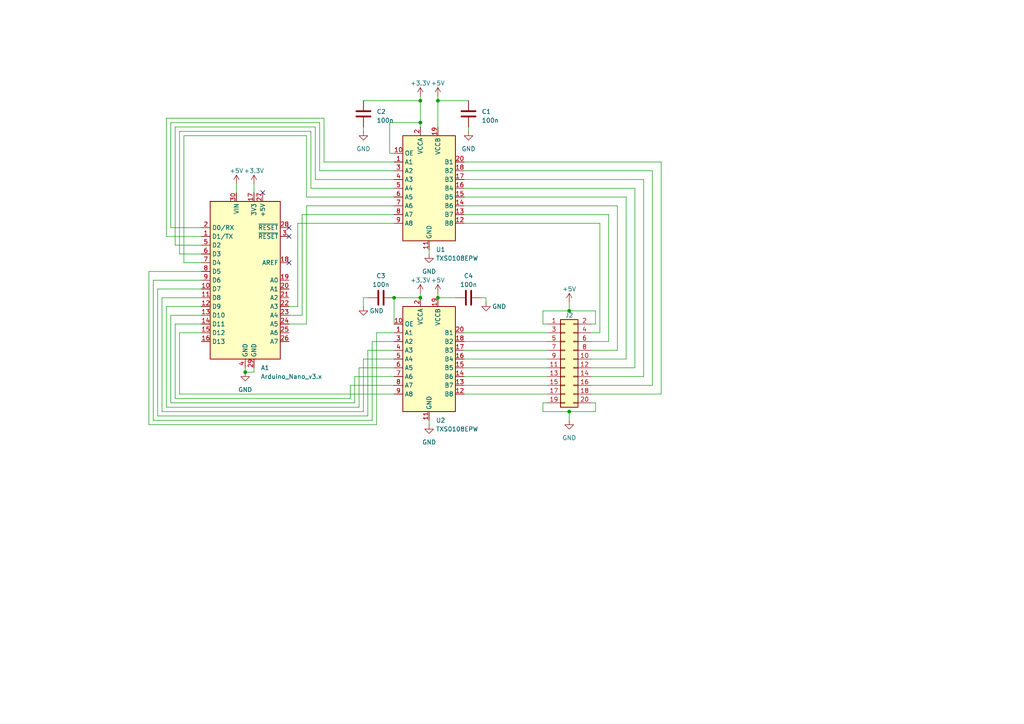
<source format=kicad_sch>
(kicad_sch (version 20230121) (generator eeschema)
  (paper "A4")
  (lib_symbols
    (symbol "Connector_Generic:Conn_02x10_Odd_Even" (pin_names (offset 1.016) hide)
      (property "Reference" "J" (at 1.27 12.7 0))
      (property "Value" "Conn_02x10_Odd_Even" (at 1.27 -15.24 0))
      (symbol "Conn_02x10_Odd_Even_1_1"
        (rectangle (start -1.27 -12.573) (end 0 -12.827) (stroke (width 0.1524)))
        (rectangle (start -1.27 -10.033) (end 0 -10.287) (stroke (width 0.1524)))
        (rectangle (start -1.27 -7.493) (end 0 -7.747) (stroke (width 0.1524)))
        (rectangle (start -1.27 -4.953) (end 0 -5.207) (stroke (width 0.1524)))
        (rectangle (start -1.27 -2.413) (end 0 -2.667) (stroke (width 0.1524)))
        (rectangle (start -1.27 0.127) (end 0 -0.127) (stroke (width 0.1524)))
        (rectangle (start -1.27 2.667) (end 0 2.413) (stroke (width 0.1524)))
        (rectangle (start -1.27 5.207) (end 0 4.953) (stroke (width 0.1524)))
        (rectangle (start -1.27 7.747) (end 0 7.493) (stroke (width 0.1524)))
        (rectangle (start -1.27 10.287) (end 0 10.033) (stroke (width 0.1524)))
        (rectangle (start -1.27 11.43) (end 3.81 -13.97) (stroke (width 0.254)) (fill (type background)))
        (rectangle (start 3.81 -12.573) (end 2.54 -12.827) (stroke (width 0.1524)))
        (rectangle (start 3.81 -10.033) (end 2.54 -10.287) (stroke (width 0.1524)))
        (rectangle (start 3.81 -7.493) (end 2.54 -7.747) (stroke (width 0.1524)))
        (rectangle (start 3.81 -4.953) (end 2.54 -5.207) (stroke (width 0.1524)))
        (rectangle (start 3.81 -2.413) (end 2.54 -2.667) (stroke (width 0.1524)))
        (rectangle (start 3.81 0.127) (end 2.54 -0.127) (stroke (width 0.1524)))
        (rectangle (start 3.81 2.667) (end 2.54 2.413) (stroke (width 0.1524)))
        (rectangle (start 3.81 5.207) (end 2.54 4.953) (stroke (width 0.1524)))
        (rectangle (start 3.81 7.747) (end 2.54 7.493) (stroke (width 0.1524)))
        (rectangle (start 3.81 10.287) (end 2.54 10.033) (stroke (width 0.1524)))
        (pin passive line (at -5.08 10.16 0) (length 3.81) (name "Pin_1") (number "1"))
        (pin passive line (at 7.62 0 180) (length 3.81) (name "Pin_10") (number "10"))
        (pin passive line (at -5.08 -2.54 0) (length 3.81) (name "Pin_11") (number "11"))
        (pin passive line (at 7.62 -2.54 180) (length 3.81) (name "Pin_12") (number "12"))
        (pin passive line (at -5.08 -5.08 0) (length 3.81) (name "Pin_13") (number "13"))
        (pin passive line (at 7.62 -5.08 180) (length 3.81) (name "Pin_14") (number "14"))
        (pin passive line (at -5.08 -7.62 0) (length 3.81) (name "Pin_15") (number "15"))
        (pin passive line (at 7.62 -7.62 180) (length 3.81) (name "Pin_16") (number "16"))
        (pin passive line (at -5.08 -10.16 0) (length 3.81) (name "Pin_17") (number "17"))
        (pin passive line (at 7.62 -10.16 180) (length 3.81) (name "Pin_18") (number "18"))
        (pin passive line (at -5.08 -12.7 0) (length 3.81) (name "Pin_19") (number "19"))
        (pin passive line (at 7.62 10.16 180) (length 3.81) (name "Pin_2") (number "2"))
        (pin passive line (at 7.62 -12.7 180) (length 3.81) (name "Pin_20") (number "20"))
        (pin passive line (at -5.08 7.62 0) (length 3.81) (name "Pin_3") (number "3"))
        (pin passive line (at 7.62 7.62 180) (length 3.81) (name "Pin_4") (number "4"))
        (pin passive line (at -5.08 5.08 0) (length 3.81) (name "Pin_5") (number "5"))
        (pin passive line (at 7.62 5.08 180) (length 3.81) (name "Pin_6") (number "6"))
        (pin passive line (at -5.08 2.54 0) (length 3.81) (name "Pin_7") (number "7"))
        (pin passive line (at 7.62 2.54 180) (length 3.81) (name "Pin_8") (number "8"))
        (pin passive line (at -5.08 0 0) (length 3.81) (name "Pin_9") (number "9"))
      )
    )
    (symbol "Device:C" (pin_numbers hide) (pin_names (offset 0.254))
      (property "Reference" "C" (at 0.635 2.54 0))
      (property "Value" "C" (at 0.635 -2.54 0))
      (symbol "C_0_1"
        (polyline (pts (xy -2.032 -0.762) (xy 2.032 -0.762)) (stroke (width 0.508)))
        (polyline (pts (xy -2.032 0.762) (xy 2.032 0.762)) (stroke (width 0.508)))
      )
      (symbol "C_1_1"
        (pin passive line (at 0 3.81 270) (length 2.794) (name "~") (number "1"))
        (pin passive line (at 0 -3.81 90) (length 2.794) (name "~") (number "2"))
      )
    )
    (symbol "Logic_LevelTranslator:TXS0108EPW"
      (property "Reference" "U" (at -6.35 16.51 0))
      (property "Value" "TXS0108EPW" (at 3.81 16.51 0))
      (symbol "TXS0108EPW_0_1"
        (rectangle (start -7.62 15.24) (end 7.62 -15.24) (stroke (width 0.254)) (fill (type background)))
      )
      (symbol "TXS0108EPW_1_1"
        (pin bidirectional line (at -10.16 7.62 0) (length 2.54) (name "A1") (number "1"))
        (pin input line (at -10.16 10.16 0) (length 2.54) (name "OE") (number "10"))
        (pin power_in line (at 0 -17.78 90) (length 2.54) (name "GND") (number "11"))
        (pin bidirectional line (at 10.16 -10.16 180) (length 2.54) (name "B8") (number "12"))
        (pin bidirectional line (at 10.16 -7.62 180) (length 2.54) (name "B7") (number "13"))
        (pin bidirectional line (at 10.16 -5.08 180) (length 2.54) (name "B6") (number "14"))
        (pin bidirectional line (at 10.16 -2.54 180) (length 2.54) (name "B5") (number "15"))
        (pin bidirectional line (at 10.16 0 180) (length 2.54) (name "B4") (number "16"))
        (pin bidirectional line (at 10.16 2.54 180) (length 2.54) (name "B3") (number "17"))
        (pin bidirectional line (at 10.16 5.08 180) (length 2.54) (name "B2") (number "18"))
        (pin power_in line (at 2.54 17.78 270) (length 2.54) (name "VCCB") (number "19"))
        (pin power_in line (at -2.54 17.78 270) (length 2.54) (name "VCCA") (number "2"))
        (pin bidirectional line (at 10.16 7.62 180) (length 2.54) (name "B1") (number "20"))
        (pin bidirectional line (at -10.16 5.08 0) (length 2.54) (name "A2") (number "3"))
        (pin bidirectional line (at -10.16 2.54 0) (length 2.54) (name "A3") (number "4"))
        (pin bidirectional line (at -10.16 0 0) (length 2.54) (name "A4") (number "5"))
        (pin bidirectional line (at -10.16 -2.54 0) (length 2.54) (name "A5") (number "6"))
        (pin bidirectional line (at -10.16 -5.08 0) (length 2.54) (name "A6") (number "7"))
        (pin bidirectional line (at -10.16 -7.62 0) (length 2.54) (name "A7") (number "8"))
        (pin bidirectional line (at -10.16 -10.16 0) (length 2.54) (name "A8") (number "9"))
      )
    )
    (symbol "MCU_Module:Arduino_Nano_v3.x"
      (property "Reference" "A" (at -10.16 23.495 0))
      (property "Value" "Arduino_Nano_v3.x" (at 5.08 -24.13 0))
      (symbol "Arduino_Nano_v3.x_0_1"
        (rectangle (start -10.16 22.86) (end 10.16 -22.86) (stroke (width 0.254)) (fill (type background)))
      )
      (symbol "Arduino_Nano_v3.x_1_1"
        (pin bidirectional line (at -12.7 12.7 0) (length 2.54) (name "D1/TX") (number "1"))
        (pin bidirectional line (at -12.7 -2.54 0) (length 2.54) (name "D7") (number "10"))
        (pin bidirectional line (at -12.7 -5.08 0) (length 2.54) (name "D8") (number "11"))
        (pin bidirectional line (at -12.7 -7.62 0) (length 2.54) (name "D9") (number "12"))
        (pin bidirectional line (at -12.7 -10.16 0) (length 2.54) (name "D10") (number "13"))
        (pin bidirectional line (at -12.7 -12.7 0) (length 2.54) (name "D11") (number "14"))
        (pin bidirectional line (at -12.7 -15.24 0) (length 2.54) (name "D12") (number "15"))
        (pin bidirectional line (at -12.7 -17.78 0) (length 2.54) (name "D13") (number "16"))
        (pin power_out line (at 2.54 25.4 270) (length 2.54) (name "3V3") (number "17"))
        (pin input line (at 12.7 5.08 180) (length 2.54) (name "AREF") (number "18"))
        (pin bidirectional line (at 12.7 0 180) (length 2.54) (name "A0") (number "19"))
        (pin bidirectional line (at -12.7 15.24 0) (length 2.54) (name "D0/RX") (number "2"))
        (pin bidirectional line (at 12.7 -2.54 180) (length 2.54) (name "A1") (number "20"))
        (pin bidirectional line (at 12.7 -5.08 180) (length 2.54) (name "A2") (number "21"))
        (pin bidirectional line (at 12.7 -7.62 180) (length 2.54) (name "A3") (number "22"))
        (pin bidirectional line (at 12.7 -10.16 180) (length 2.54) (name "A4") (number "23"))
        (pin bidirectional line (at 12.7 -12.7 180) (length 2.54) (name "A5") (number "24"))
        (pin bidirectional line (at 12.7 -15.24 180) (length 2.54) (name "A6") (number "25"))
        (pin bidirectional line (at 12.7 -17.78 180) (length 2.54) (name "A7") (number "26"))
        (pin power_out line (at 5.08 25.4 270) (length 2.54) (name "+5V") (number "27"))
        (pin input line (at 12.7 15.24 180) (length 2.54) (name "~{RESET}") (number "28"))
        (pin power_in line (at 2.54 -25.4 90) (length 2.54) (name "GND") (number "29"))
        (pin input line (at 12.7 12.7 180) (length 2.54) (name "~{RESET}") (number "3"))
        (pin power_in line (at -2.54 25.4 270) (length 2.54) (name "VIN") (number "30"))
        (pin power_in line (at 0 -25.4 90) (length 2.54) (name "GND") (number "4"))
        (pin bidirectional line (at -12.7 10.16 0) (length 2.54) (name "D2") (number "5"))
        (pin bidirectional line (at -12.7 7.62 0) (length 2.54) (name "D3") (number "6"))
        (pin bidirectional line (at -12.7 5.08 0) (length 2.54) (name "D4") (number "7"))
        (pin bidirectional line (at -12.7 2.54 0) (length 2.54) (name "D5") (number "8"))
        (pin bidirectional line (at -12.7 0 0) (length 2.54) (name "D6") (number "9"))
      )
    )
    (symbol "power:+3.3V" (power) (pin_names (offset 0))
      (property "Value" "+3.3V" (at 0 3.556 0))
      (symbol "+3.3V_0_1"
        (polyline (pts (xy -0.762 1.27) (xy 0 2.54)))
        (polyline (pts (xy 0 0) (xy 0 2.54)))
        (polyline (pts (xy 0 2.54) (xy 0.762 1.27)))
      )
      (symbol "+3.3V_1_1"
        (pin power_in line (at 0 0 90) (length 0) hide (name "+3.3V") (number "1"))
      )
    )
    (symbol "power:+5V" (power) (pin_names (offset 0))
      (property "Value" "+5V" (at 0 3.556 0))
      (symbol "+5V_0_1"
        (polyline (pts (xy -0.762 1.27) (xy 0 2.54)))
        (polyline (pts (xy 0 0) (xy 0 2.54)))
        (polyline (pts (xy 0 2.54) (xy 0.762 1.27)))
      )
      (symbol "+5V_1_1"
        (pin power_in line (at 0 0 90) (length 0) hide (name "+5V") (number "1"))
      )
    )
    (symbol "power:GND" (power) (pin_names (offset 0))
      (property "Value" "GND" (at 0 -3.81 0))
      (symbol "GND_0_1"
        (polyline (pts (xy 0 0) (xy 0 -1.27) (xy 1.27 -1.27) (xy 0 -2.54) (xy -1.27 -1.27) (xy 0 -1.27)))
      )
      (symbol "GND_1_1"
        (pin power_in line (at 0 0 270) (length 0) hide (name "GND") (number "1"))
      )
    )
  )
  (junction (at 71.12 107.95))
  (junction (at 165.1 90.17))
  (junction (at 121.92 86.36))
  (junction (at 121.92 35.56))
  (junction (at 165.1 119.38))
  (junction (at 127 86.36))
  (junction (at 114.3 86.36))
  (junction (at 121.92 29.21))
  (junction (at 127 29.21))
  (no_connect (at 76.2 55.88))
  (no_connect (at 83.82 68.58))
  (no_connect (at 83.82 76.2))
  (no_connect (at 83.82 66.04))
  (wire (pts (xy 49.53 35.56) (xy 49.53 66.04)))
  (wire (pts (xy 171.45 111.76) (xy 189.23 111.76)))
  (wire (pts (xy 134.62 52.07) (xy 186.69 52.07)))
  (wire (pts (xy 105.41 36.83) (xy 105.41 38.1)))
  (wire (pts (xy 43.18 78.74) (xy 58.42 78.74)))
  (wire (pts (xy 52.07 96.52) (xy 58.42 96.52)))
  (wire (pts (xy 88.9 93.98) (xy 83.82 93.98)))
  (wire (pts (xy 46.99 119.38) (xy 46.99 86.36)))
  (wire (pts (xy 173.99 64.77) (xy 173.99 96.52)))
  (wire (pts (xy 73.66 55.88) (xy 73.66 53.34)))
  (wire (pts (xy 52.07 114.3) (xy 114.3 114.3)))
  (wire (pts (xy 88.9 57.15) (xy 88.9 39.37)))
  (wire (pts (xy 114.3 54.61) (xy 90.17 54.61)))
  (wire (pts (xy 165.1 90.17) (xy 172.72 90.17)))
  (wire (pts (xy 165.1 87.63) (xy 165.1 90.17)))
  (wire (pts (xy 86.36 64.77) (xy 86.36 88.9)))
  (wire (pts (xy 50.8 115.57) (xy 50.8 93.98)))
  (wire (pts (xy 184.15 54.61) (xy 184.15 106.68)))
  (wire (pts (xy 50.8 93.98) (xy 58.42 93.98)))
  (wire (pts (xy 49.53 91.44) (xy 58.42 91.44)))
  (wire (pts (xy 102.87 109.22) (xy 114.3 109.22)))
  (wire (pts (xy 104.14 106.68) (xy 114.3 106.68)))
  (wire (pts (xy 171.45 99.06) (xy 176.53 99.06)))
  (wire (pts (xy 53.34 39.37) (xy 53.34 76.2)))
  (wire (pts (xy 134.62 101.6) (xy 158.75 101.6)))
  (wire (pts (xy 165.1 119.38) (xy 172.72 119.38)))
  (wire (pts (xy 172.72 93.98) (xy 171.45 93.98)))
  (wire (pts (xy 114.3 62.23) (xy 87.63 62.23)))
  (wire (pts (xy 114.3 96.52) (xy 109.22 96.52)))
  (wire (pts (xy 92.71 49.53) (xy 92.71 35.56)))
  (wire (pts (xy 71.12 106.68) (xy 71.12 107.95)))
  (wire (pts (xy 114.3 86.36) (xy 121.92 86.36)))
  (wire (pts (xy 127 29.21) (xy 135.89 29.21)))
  (wire (pts (xy 93.98 34.29) (xy 48.26 34.29)))
  (wire (pts (xy 102.87 116.84) (xy 102.87 109.22)))
  (wire (pts (xy 134.62 46.99) (xy 191.77 46.99)))
  (wire (pts (xy 90.17 38.1) (xy 52.07 38.1)))
  (wire (pts (xy 157.48 90.17) (xy 165.1 90.17)))
  (wire (pts (xy 121.92 85.09) (xy 121.92 86.36)))
  (wire (pts (xy 114.3 101.6) (xy 106.68 101.6)))
  (wire (pts (xy 105.41 104.14) (xy 105.41 119.38)))
  (wire (pts (xy 106.68 86.36) (xy 105.41 86.36)))
  (wire (pts (xy 121.92 27.94) (xy 121.92 29.21)))
  (wire (pts (xy 134.62 106.68) (xy 158.75 106.68)))
  (wire (pts (xy 50.8 36.83) (xy 50.8 71.12)))
  (wire (pts (xy 105.41 29.21) (xy 121.92 29.21)))
  (wire (pts (xy 48.26 118.11) (xy 48.26 88.9)))
  (wire (pts (xy 52.07 114.3) (xy 52.07 96.52)))
  (wire (pts (xy 106.68 120.65) (xy 45.72 120.65)))
  (wire (pts (xy 134.62 59.69) (xy 179.07 59.69)))
  (wire (pts (xy 134.62 49.53) (xy 189.23 49.53)))
  (wire (pts (xy 114.3 57.15) (xy 88.9 57.15)))
  (wire (pts (xy 171.45 109.22) (xy 186.69 109.22)))
  (wire (pts (xy 171.45 116.84) (xy 172.72 116.84)))
  (wire (pts (xy 101.6 111.76) (xy 114.3 111.76)))
  (wire (pts (xy 114.3 44.45) (xy 113.03 44.45)))
  (wire (pts (xy 114.3 46.99) (xy 93.98 46.99)))
  (wire (pts (xy 106.68 101.6) (xy 106.68 120.65)))
  (wire (pts (xy 124.46 121.92) (xy 124.46 123.19)))
  (wire (pts (xy 45.72 120.65) (xy 45.72 83.82)))
  (wire (pts (xy 114.3 52.07) (xy 91.44 52.07)))
  (wire (pts (xy 52.07 38.1) (xy 52.07 73.66)))
  (wire (pts (xy 114.3 104.14) (xy 105.41 104.14)))
  (wire (pts (xy 121.92 35.56) (xy 121.92 36.83)))
  (wire (pts (xy 134.62 96.52) (xy 158.75 96.52)))
  (wire (pts (xy 165.1 119.38) (xy 165.1 121.92)))
  (wire (pts (xy 46.99 86.36) (xy 58.42 86.36)))
  (wire (pts (xy 121.92 29.21) (xy 121.92 35.56)))
  (wire (pts (xy 113.03 44.45) (xy 113.03 35.56)))
  (wire (pts (xy 88.9 39.37) (xy 53.34 39.37)))
  (wire (pts (xy 101.6 115.57) (xy 101.6 111.76)))
  (wire (pts (xy 158.75 116.84) (xy 157.48 116.84)))
  (wire (pts (xy 172.72 90.17) (xy 172.72 93.98)))
  (wire (pts (xy 73.66 106.68) (xy 73.66 107.95)))
  (wire (pts (xy 109.22 96.52) (xy 109.22 123.19)))
  (wire (pts (xy 157.48 119.38) (xy 165.1 119.38)))
  (wire (pts (xy 134.62 109.22) (xy 158.75 109.22)))
  (wire (pts (xy 90.17 54.61) (xy 90.17 38.1)))
  (wire (pts (xy 105.41 119.38) (xy 46.99 119.38)))
  (wire (pts (xy 186.69 52.07) (xy 186.69 109.22)))
  (wire (pts (xy 139.7 86.36) (xy 140.97 86.36)))
  (wire (pts (xy 172.72 119.38) (xy 172.72 116.84)))
  (wire (pts (xy 114.3 49.53) (xy 92.71 49.53)))
  (wire (pts (xy 44.45 121.92) (xy 44.45 81.28)))
  (wire (pts (xy 50.8 71.12) (xy 58.42 71.12)))
  (wire (pts (xy 127 86.36) (xy 132.08 86.36)))
  (wire (pts (xy 105.41 86.36) (xy 105.41 88.9)))
  (wire (pts (xy 83.82 91.44) (xy 87.63 91.44)))
  (wire (pts (xy 92.71 35.56) (xy 49.53 35.56)))
  (wire (pts (xy 44.45 81.28) (xy 58.42 81.28)))
  (wire (pts (xy 87.63 62.23) (xy 87.63 91.44)))
  (wire (pts (xy 48.26 68.58) (xy 58.42 68.58)))
  (wire (pts (xy 91.44 52.07) (xy 91.44 36.83)))
  (wire (pts (xy 113.03 35.56) (xy 121.92 35.56)))
  (wire (pts (xy 49.53 66.04) (xy 58.42 66.04)))
  (wire (pts (xy 158.75 93.98) (xy 157.48 93.98)))
  (wire (pts (xy 176.53 62.23) (xy 176.53 99.06)))
  (wire (pts (xy 179.07 59.69) (xy 179.07 101.6)))
  (wire (pts (xy 134.62 111.76) (xy 158.75 111.76)))
  (wire (pts (xy 134.62 114.3) (xy 158.75 114.3)))
  (wire (pts (xy 127 29.21) (xy 127 36.83)))
  (wire (pts (xy 181.61 57.15) (xy 181.61 104.14)))
  (wire (pts (xy 93.98 46.99) (xy 93.98 34.29)))
  (wire (pts (xy 171.45 114.3) (xy 191.77 114.3)))
  (wire (pts (xy 127 85.09) (xy 127 86.36)))
  (wire (pts (xy 134.62 99.06) (xy 158.75 99.06)))
  (wire (pts (xy 140.97 86.36) (xy 140.97 87.63)))
  (wire (pts (xy 48.26 34.29) (xy 48.26 68.58)))
  (wire (pts (xy 134.62 104.14) (xy 158.75 104.14)))
  (wire (pts (xy 127 27.94) (xy 127 29.21)))
  (wire (pts (xy 71.12 107.95) (xy 73.66 107.95)))
  (wire (pts (xy 157.48 116.84) (xy 157.48 119.38)))
  (wire (pts (xy 191.77 46.99) (xy 191.77 114.3)))
  (wire (pts (xy 88.9 59.69) (xy 88.9 93.98)))
  (wire (pts (xy 171.45 96.52) (xy 173.99 96.52)))
  (wire (pts (xy 52.07 73.66) (xy 58.42 73.66)))
  (wire (pts (xy 68.58 53.34) (xy 68.58 55.88)))
  (wire (pts (xy 53.34 76.2) (xy 58.42 76.2)))
  (wire (pts (xy 114.3 64.77) (xy 86.36 64.77)))
  (wire (pts (xy 91.44 36.83) (xy 50.8 36.83)))
  (wire (pts (xy 135.89 36.83) (xy 135.89 38.1)))
  (wire (pts (xy 189.23 49.53) (xy 189.23 111.76)))
  (wire (pts (xy 107.95 99.06) (xy 107.95 121.92)))
  (wire (pts (xy 114.3 99.06) (xy 107.95 99.06)))
  (wire (pts (xy 171.45 106.68) (xy 184.15 106.68)))
  (wire (pts (xy 124.46 72.39) (xy 124.46 73.66)))
  (wire (pts (xy 104.14 118.11) (xy 104.14 106.68)))
  (wire (pts (xy 114.3 93.98) (xy 114.3 86.36)))
  (wire (pts (xy 171.45 104.14) (xy 181.61 104.14)))
  (wire (pts (xy 45.72 83.82) (xy 58.42 83.82)))
  (wire (pts (xy 43.18 123.19) (xy 43.18 78.74)))
  (wire (pts (xy 109.22 123.19) (xy 43.18 123.19)))
  (wire (pts (xy 104.14 118.11) (xy 48.26 118.11)))
  (wire (pts (xy 171.45 101.6) (xy 179.07 101.6)))
  (wire (pts (xy 134.62 62.23) (xy 176.53 62.23)))
  (wire (pts (xy 134.62 57.15) (xy 181.61 57.15)))
  (wire (pts (xy 49.53 116.84) (xy 49.53 91.44)))
  (wire (pts (xy 157.48 93.98) (xy 157.48 90.17)))
  (wire (pts (xy 101.6 115.57) (xy 50.8 115.57)))
  (wire (pts (xy 114.3 59.69) (xy 88.9 59.69)))
  (wire (pts (xy 134.62 54.61) (xy 184.15 54.61)))
  (wire (pts (xy 83.82 88.9) (xy 86.36 88.9)))
  (wire (pts (xy 102.87 116.84) (xy 49.53 116.84)))
  (wire (pts (xy 107.95 121.92) (xy 44.45 121.92)))
  (wire (pts (xy 134.62 64.77) (xy 173.99 64.77)))
  (wire (pts (xy 48.26 88.9) (xy 58.42 88.9)))
  (symbol (lib_id "power:+5V") (at 127 85.09 0) (unit 1)
    (property "Reference" "#PWR012" (effects hide))
    (property "Value" "+5V" (at 127 81.28 0))
  )
  (symbol (lib_id "Logic_LevelTranslator:TXS0108EPW") (at 124.46 54.61 0) (unit 1)
    (property "Reference" "U1" (at 126.4159 72.39 0) (effects (justify left)))
    (property "Value" "TXS0108EPW" (at 126.4159 74.93 0) (effects (justify left)))
    (property "Footprint" "Package_SO:TSSOP-20_4.4x6.5mm_P0.65mm" (effects hide))
    (property "Datasheet" "www.ti.com/lit/ds/symlink/txs0108e.pdf" (effects hide))
  )
  (symbol (lib_id "MCU_Module:Arduino_Nano_v3.x") (at 71.12 81.28 0) (unit 1)
    (property "Reference" "A1" (at 75.6159 106.68 0) (effects (justify left)))
    (property "Value" "Arduino_Nano_v3.x" (at 75.6159 109.22 0) (effects (justify left)))
    (property "Footprint" "Module:Arduino_Nano" (effects hide))
    (property "Datasheet" "http://www.mouser.com/pdfdocs/Gravitech_Arduino_Nano3_0.pdf" (effects hide))
  )
  (symbol (lib_id "power:GND") (at 124.46 123.19 0) (unit 1)
    (property "Reference" "#PWR04" (effects hide))
    (property "Value" "GND" (at 124.46 128.27 0))
  )
  (symbol (lib_id "Device:C") (at 135.89 86.36 90) (unit 1)
    (property "Reference" "C4" (at 135.89 80.01 90))
    (property "Value" "100n" (at 135.89 82.55 90))
    (property "Footprint" "Capacitor_SMD:C_0201_0603Metric" (effects hide))
  )
  (symbol (lib_id "Logic_LevelTranslator:TXS0108EPW") (at 124.46 104.14 0) (unit 1)
    (property "Reference" "U2" (at 126.4159 121.92 0) (effects (justify left)))
    (property "Value" "TXS0108EPW" (at 126.4159 124.46 0) (effects (justify left)))
    (property "Footprint" "Package_SO:TSSOP-20_4.4x6.5mm_P0.65mm" (effects hide))
    (property "Datasheet" "www.ti.com/lit/ds/symlink/txs0108e.pdf" (effects hide))
  )
  (symbol (lib_id "power:GND") (at 105.41 38.1 0) (unit 1)
    (property "Reference" "#PWR010" (effects hide))
    (property "Value" "GND" (at 105.41 43.18 0))
  )
  (symbol (lib_id "power:GND") (at 135.89 38.1 0) (unit 1)
    (property "Reference" "#PWR06" (effects hide))
    (property "Value" "GND" (at 135.89 43.18 0))
  )
  (symbol (lib_id "power:GND") (at 124.46 73.66 0) (unit 1)
    (property "Reference" "#PWR03" (effects hide))
    (property "Value" "GND" (at 124.46 78.74 0))
  )
  (symbol (lib_id "power:+3.3V") (at 73.66 53.34 0) (unit 1)
    (property "Reference" "#PWR08" (effects hide))
    (property "Value" "+3.3V" (at 73.66 49.53 0))
  )
  (symbol (lib_id "power:GND") (at 105.41 88.9 0) (unit 1)
    (property "Reference" "#PWR013" (effects hide))
    (property "Value" "GND" (at 109.22 90.17 0))
  )
  (symbol (lib_id "power:+5V") (at 127 27.94 0) (unit 1)
    (property "Reference" "#PWR05" (effects hide))
    (property "Value" "+5V" (at 127 24.13 0))
  )
  (symbol (lib_id "Device:C") (at 135.89 33.02 0) (unit 1)
    (property "Reference" "C1" (at 139.7 32.385 0) (effects (justify left)))
    (property "Value" "100n" (at 139.7 34.925 0) (effects (justify left)))
    (property "Footprint" "Capacitor_SMD:C_0201_0603Metric" (effects hide))
  )
  (symbol (lib_id "power:+5V") (at 68.58 53.34 0) (unit 1)
    (property "Reference" "#PWR09" (effects hide))
    (property "Value" "+5V" (at 68.58 49.53 0))
  )
  (symbol (lib_id "power:GND") (at 71.12 107.95 0) (unit 1)
    (property "Reference" "#PWR015" (effects hide))
    (property "Value" "GND" (at 71.12 113.03 0))
  )
  (symbol (lib_id "power:+3.3V") (at 121.92 27.94 0) (unit 1)
    (property "Reference" "#PWR07" (effects hide))
    (property "Value" "+3.3V" (at 121.92 24.13 0))
  )
  (symbol (lib_id "power:GND") (at 140.97 87.63 0) (unit 1)
    (property "Reference" "#PWR014" (effects hide))
    (property "Value" "GND" (at 144.78 88.9 0))
  )
  (symbol (lib_id "Device:C") (at 110.49 86.36 90) (unit 1)
    (property "Reference" "C3" (at 110.49 80.01 90))
    (property "Value" "100n" (at 110.49 82.55 90))
    (property "Footprint" "Capacitor_SMD:C_0201_0603Metric" (effects hide))
  )
  (symbol (lib_id "Connector_Generic:Conn_02x10_Odd_Even") (at 163.83 104.14 0) (unit 1)
    (property "Reference" "J2" (at 165.1 91.44 0))
    (property "Value" "Conn_02x10_Odd_Even" (effects hide))
    (property "Footprint" "Connector_PinHeader_2.54mm:PinHeader_2x10_P2.54mm_Vertical" (effects hide))
  )
  (symbol (lib_id "power:+3.3V") (at 121.92 85.09 0) (unit 1)
    (property "Reference" "#PWR011" (effects hide))
    (property "Value" "+3.3V" (at 121.92 81.28 0))
  )
  (symbol (lib_id "power:+5V") (at 165.1 87.63 0) (unit 1)
    (property "Reference" "#PWR02" (effects hide))
    (property "Value" "+5V" (at 165.1 83.82 0))
  )
  (symbol (lib_id "power:GND") (at 165.1 121.92 0) (unit 1)
    (property "Reference" "#PWR01" (effects hide))
    (property "Value" "GND" (at 165.1 127 0))
  )
  (symbol (lib_id "Device:C") (at 105.41 33.02 0) (unit 1)
    (property "Reference" "C2" (at 109.22 32.385 0) (effects (justify left)))
    (property "Value" "100n" (at 109.22 34.925 0) (effects (justify left)))
    (property "Footprint" "Capacitor_SMD:C_0201_0603Metric" (effects hide))
  )
)
</source>
